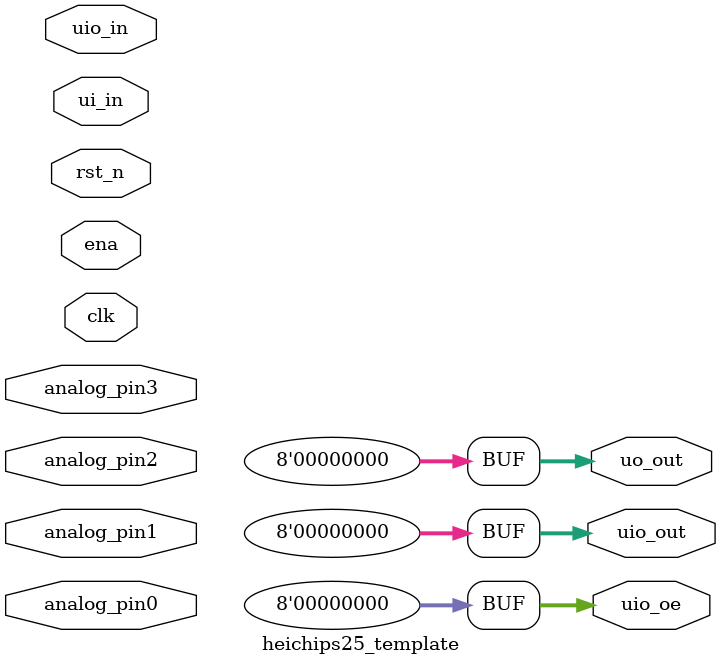
<source format=v>
/*
 * Copyright (c) 2024 Your Name
 * SPDX-License-Identifier: Apache-2.0
 */

`default_nettype none

(* noblackbox *)
module heichips25_template (
    input  wire [7:0] ui_in,    // Dedicated inputs
    output wire [7:0] uo_out,   // Dedicated outputs
    input  wire [7:0] uio_in,   // IOs: Input path
    output wire [7:0] uio_out,  // IOs: Output path
    output wire [7:0] uio_oe,   // IOs: Enable path (active high: 0=input, 1=output)
    input  wire       ena,      // always 1 when the design is powered, so you can ignore it
    input  wire       clk,      // clock
    input  wire       rst_n,    // reset_n - low to reset
    
    // Dedicated pins
    inout  wire       analog_pin0,
    inout  wire       analog_pin1,
    inout  wire       analog_pin2,
    inout  wire       analog_pin3
);

  // Minimum: define outputs
  assign uo_out  = 8'h00;
  assign uio_out = 8'h00;
  assign uio_oe  = 8'h00;

  // Optional: consume inputs so lint doesn’t whine
  wire _unused = ^{ui_in, uio_in, ena, clk, rst_n, analog_pin0, analog_pin1, analog_pin2, analog_pin3};

endmodule

</source>
